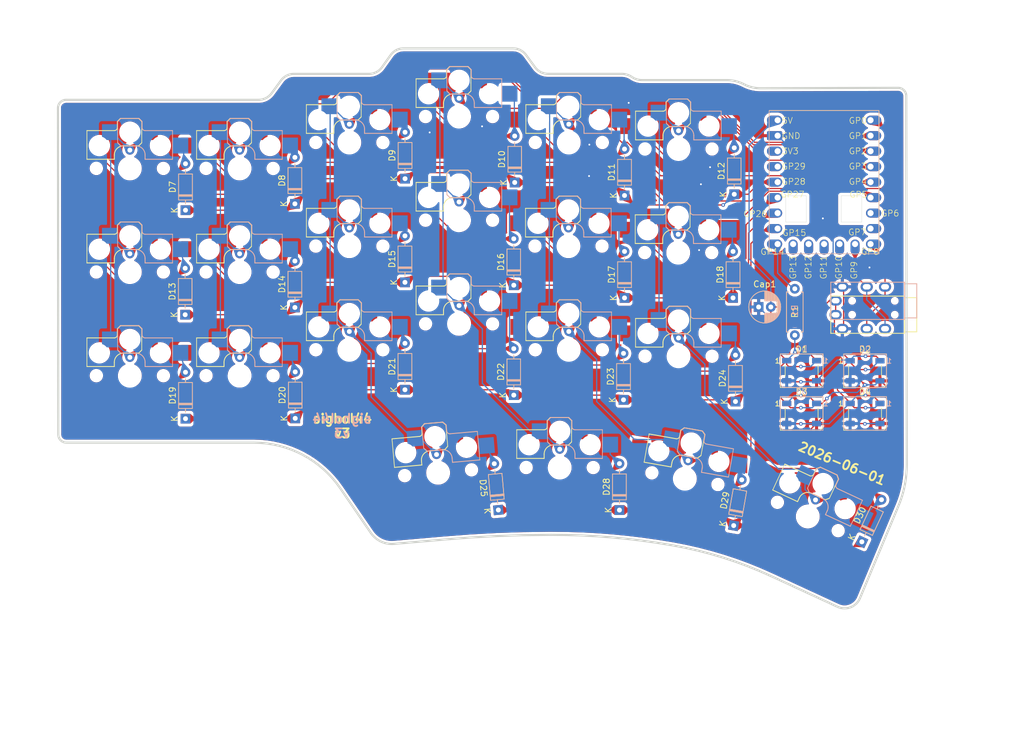
<source format=kicad_pcb>
(kicad_pcb (version 20241229) (generator "pcbnew") (generator_version "9.0")
  (layers (0 "F.Cu" signal) (2 "B.Cu" signal) (13 "F.Paste" user) (15 "B.Paste" user) (5 "F.SilkS" user "F.Silkscreen") (7 "B.SilkS" user "B.Silkscreen") (1 "F.Mask" user) (3 "B.Mask" user) (25 "Edge.Cuts" user))
  (net 0 "")
  (net 1 "Col 0")
  (net 2 "Col 1")
  (net 3 "Col 2")
  (net 4 "Col 3")
  (net 5 "Col 4")
  (net 6 "Col 5")
  (net 7 "Net-(D10-A)")
  (net 8 "Net-(D11-A)")
  (net 9 "Net-(D12-A)")
  (net 10 "Net-(D16-A)")
  (net 11 "Net-(D17-A)")
  (net 12 "Net-(D18-A)")
  (net 13 "Net-(D22-A)")
  (net 14 "Net-(D23-A)")
  (net 15 "Net-(D24-A)")
  (net 16 "Net-(D28-A)")
  (net 17 "Net-(D29-A)")
  (net 18 "Net-(D30-A)")
  (net 19 "Row 1")
  (net 20 "Row 2")
  (net 21 "Row 3")
  (net 22 "Row 0")
  (net 23 "Net-(D25-A)")
  (net 24 "TX")
  (net 25 "VCC")
  (net 26 "RX")
  (net 27 "GND")
  (net 28 "Net-(D1-DOUT)")
  (net 37 "Net-(D1-DIN)")
  (net 38 "Net-(D3-DOUT)")
  (net 39 "Net-(D2-DOUT)")
  (net 40 "LED_DIN")
  (net 41 "unconnected-(D4-DOUT-Pad2)")
  (net 42 "Net-(D7-A)")
  (net 43 "Net-(D8-A)")
  (net 44 "Net-(D9-A)")
  (net 45 "Net-(D13-A)")
  (net 46 "Net-(D14-A)")
  (net 47 "Net-(D15-A)")
  (net 48 "Net-(D19-A)")
  (net 49 "Net-(D20-A)")
  (net 50 "Net-(D21-A)")
  (footprint "sighol:Kailh_socket_PG1350 reversible HS-only" (layer "F.Cu") (at 135.633443 95.818165)
    (property "Reference" "CH28")
    (property "Value" "KS33_SW_HS")
  )
  (footprint "sighol:Kailh_socket_PG1350 reversible HS-only" (layer "F.Cu") (at 155.125 77.5625)
    (property "Reference" "CH24")
    (property "Value" "KS33_SW_HS")
  )
  (footprint "sighol:Kailh_socket_PG1350 reversible HS-only" (layer "F.Cu") (at 65.125 46.75)
    (property "Reference" "CH7")
    (property "Value" "KS33_SW_HS")
  )
  (footprint "sighol:D_DO-35_SOD27_P7.62mm_Horizontal" (layer "F.Cu") (at 92.197885 52.56 90)
    (property "Reference" "D8")
    (property "Value" "D_Small")
  )
  (footprint "sighol:D_DO-35_SOD27_P7.62mm_Horizontal" (layer "F.Cu") (at 146.265 51.192 90)
    (property "Reference" "D11")
    (property "Value" "D_Small")
  )
  (footprint "sighol:D_DO-35_SOD27_P7.62mm_Horizontal" (layer "F.Cu") (at 110.25 83.0575 90)
    (property "Reference" "D21")
    (property "Value" "D_Small")
  )
  (footprint "sighol:Kailh_socket_PG1350 reversible HS-only" (layer "F.Cu") (at 101.125 42.5)
    (property "Reference" "CH9")
    (property "Value" "KS33_SW_HS")
  )
  (footprint "sighol:Kailh_socket_PG1350 reversible HS-only" (layer "F.Cu") (at 137.125 76.5)
    (property "Reference" "CH23")
    (property "Value" "KS33_SW_HS")
  )
  (footprint "sighol:D_DO-35_SOD27_P7.62mm_Horizontal" (layer "F.Cu") (at 128.25 49.0575 90)
    (property "Reference" "D10")
    (property "Value" "D_Small")
  )
  (footprint "sighol:D_DO-35_SOD27_P7.62mm_Horizontal" (layer "F.Cu") (at 74.197885 70.7475 90)
    (property "Reference" "D13")
    (property "Value" "D_Small")
  )
  (footprint "sighol:Kailh_socket_PG1350 reversible HS-only" (layer "F.Cu") (at 83.125 80.75)
    (property "Reference" "CH20")
    (property "Value" "KS33_SW_HS")
  )
  (footprint "sighol:Kailh_socket_PG1350 reversible HS-only" (layer "F.Cu") (at 176.327543 103.847065 -25)
    (property "Reference" "CH30")
    (property "Value" "KS33_SW_HS")
  )
  (footprint "sighol:LED_WS2812B_PLCC4_5.0x5.0mm_P3.2mm_reversible" (layer "F.Cu") (at 175.32 79.93)
    (property "Reference" "D1")
    (property "Value" "WS2812B")
  )
  (footprint "sighol:Kailh_socket_PG1350 reversible HS-only" (layer "F.Cu") (at 137.072885 59.5)
    (property "Reference" "CH17")
    (property "Value" "KS33_SW_HS")
  )
  (footprint "sighol:D_DO-35_SOD27_P7.62mm_Horizontal" (layer "F.Cu") (at 74.25 53.6045 90)
    (property "Reference" "D7")
    (property "Value" "D_Small")
  )
  (footprint "sighol:Kailh_socket_PG1350 reversible HS-only" (layer "F.Cu") (at 155.125 43.5625)
    (property "Reference" "CH12")
    (property "Value" "KS33_SW_HS")
  )
  (footprint "sighol:Kailh_socket_PG1350 reversible HS-only" (layer "F.Cu") (at 137.125 42.5)
    (property "Reference" "CH11")
    (property "Value" "KS33_SW_HS")
  )
  (footprint "sighol:D_DO-35_SOD27_P7.62mm_Horizontal" (layer "F.Cu") (at 145.432843 102.792665 90)
    (property "Reference" "D28")
    (property "Value" "D_Small")
  )
  (footprint "sighol:Kailh_socket_PG1350 reversible HS-only" (layer "F.Cu") (at 155.072885 60.5625)
    (property "Reference" "CH18")
    (property "Value" "KS33_SW_HS")
  )
  (footprint "sighol:Kailh_socket_PG1350 reversible HS-only" (layer "F.Cu") (at 119.125 55.25)
    (property "Reference" "CH16")
    (property "Value" "KS33_SW_HS")
  )
  (footprint "sighol:D_DO-35_SOD27_P7.62mm_Horizontal" (layer "F.Cu") (at 164.465 84.992 90)
    (property "Reference" "D24")
    (property "Value" "D_Small")
  )
  (footprint "sighol:TRRS-PJ-320A" (layer "F.Cu") (at 192.197885 70.75 -90)
    (property "Reference" "J1")
    (property "Value" "AudioPlug4")
  )
  (footprint "sighol:D_DO-35_SOD27_P7.62mm_Horizontal" (layer "F.Cu") (at 110.265 48.435 90)
    (property "Reference" "D9")
    (property "Value" "D_Small")
  )
  (footprint "sighol:Kailh_socket_PG1350 reversible HS-only" (layer "F.Cu") (at 83.125 46.75)
    (property "Reference" "CH8")
    (property "Value" "KS33_SW_HS")
  )
  (footprint "sighol:LED_WS2812B_PLCC4_5.0x5.0mm_P3.2mm_reversible" (layer "F.Cu") (at 185.72 86.95)
    (property "Reference" "D4")
    (property "Value" "WS2812B")
  )
  (footprint "sighol:D_DO-35_SOD27_P7.62mm_Horizontal" (layer "F.Cu") (at 185.197885 108 65)
    (property "Reference" "D30")
    (property "Value" "D_Small")
  )
  (footprint "sighol:D_DO-35_SOD27_P7.62mm_Horizontal" (layer "F.Cu") (at 164.065 67.992 90)
    (property "Reference" "D18")
    (property "Value" "D_Small")
  )
  (footprint "sighol:Kailh_socket_PG1350 reversible HS-only" (layer "F.Cu") (at 101.125 76.5)
    (property "Reference" "CH21")
    (property "Value" "KS33_SW_HS")
  )
  (footprint "sighol:Kailh_socket_PG1350 reversible HS-only" (layer "F.Cu") (at 119.125 38.25)
    (property "Reference" "CH10")
    (property "Value" "KS33_SW_HS")
  )
  (footprint "sighol:LED_WS2812B_PLCC4_5.0x5.0mm_P3.2mm_reversible" (layer "F.Cu") (at 185.72 79.95)
    (property "Reference" "D2")
    (property "Value" "WS2812B")
  )
  (footprint "sighol:LED_WS2812B_PLCC4_5.0x5.0mm_P3.2mm_reversible" (layer "F.Cu") (at 175.32 86.95)
    (property "Reference" "D3")
    (property "Value" "WS2812B")
  )
  (footprint "sighol:D_DO-35_SOD27_P7.62mm_Horizontal" (layer "F.Cu") (at 146.1 84.71 90)
    (property "Reference" "D23")
    (property "Value" "D_Small")
  )
  (footprint "sighol:Kailh_socket_PG1350 reversible HS-only" (layer "F.Cu") (at 83.125 63.75)
    (property "Reference" "CH14")
    (property "Value" "KS33_SW_HS")
  )
  (footprint "sighol:CP_Radial_D5.0mm_P2.00mm" (layer "F.Cu") (at 168.265 69.482)
    (property "Reference" "Cap1")
    (property "Value" "D_Capacitance")
  )
  (footprint "sighol:Kailh_socket_PG1350 reversible HS-only" (layer "F.Cu") (at 119.125 72.25)
    (property "Reference" "CH22")
    (property "Value" "KS33_SW_HS")
  )
  (footprint "sighol:D_DO-35_SOD27_P7.62mm_Horizontal" (layer "F.Cu") (at 92.25 87.7475 90)
    (property "Reference" "D20")
    (property "Value" "D_Small")
  )
  (footprint "sighol:Kailh_socket_PG1350 reversible HS-only" (layer "F.Cu") (at 156.166443 97.642565 -10)
    (property "Reference" "CH29")
    (property "Value" "KS33_SW_HS")
  )
  (footprint "sighol:D_DO-35_SOD27_P7.62mm_Horizontal" (layer "F.Cu") (at 110.25 65.435 90)
    (property "Reference" "D15")
    (property "Value" "D_Small")
  )
  (footprint "sighol:D_DO-35_SOD27_P7.62mm_Horizontal" (layer "F.Cu") (at 164.171244 105.334783 80)
    (property "Reference" "D29")
    (property "Value" "D_Small")
  )
  (footprint "sighol:D_DO-35_SOD27_P7.62mm_Horizontal" (layer "F.Cu") (at 128.1 83.9375 90)
    (property "Reference" "D22")
    (property "Value" "D_Small")
  )
  (footprint "sighol:D_DO-35_SOD27_P7.62mm_Horizontal" (layer "F.Cu") (at 164.265 50.992 90)
    (property "Reference" "D12")
    (property "Value" "D_Small")
  )
  (footprint "sighol:Kailh_socket_PG1350 reversible HS-only" (layer "F.Cu") (at 65.125 63.75)
    (property "Reference" "CH13")
    (property "Value" "KS33_SW_HS")
  )
  (footprint "sighol:D_DO-35_SOD27_P7.62mm_Horizontal" (layer "F.Cu") (at 74.25 87.8045 90)
    (property "Reference" "D19")
    (property "Value" "D_Small")
  )
  (footprint "sighol:Kailh_socket_PG1350 reversible HS-only" (layer "F.Cu") (at 101.125 59.5)
    (property "Reference" "CH15")
    (property "Value" "KS33_SW_HS")
  )
  (footprint "sighol:D_DO-35_SOD27_P7.62mm_Horizontal" (layer "F.Cu") (at 125.564907 102.778167 95)
    (property "Reference" "D25")
    (property "Value" "D_Small")
  )
  (footprint "sighol:R_Axial_DIN0207_L6.3mm_D2.5mm_P7.62mm_Horizontal" (layer "F.Cu") (at 174.2 66.49 -90)
    (property "Reference" "R1")
    (property "Value" "R")
  )
  (footprint "sighol:Kailh_socket_PG1350 reversible HS-only" (layer "F.Cu") (at 65.125 80.75)
    (property "Reference" "CH19")
    (property "Value" "KS33_SW_HS")
  )
  (footprint "sighol:D_DO-35_SOD27_P7.62mm_Horizontal" (layer "F.Cu") (at 92.197885 69.56 90)
    (property "Reference" "D14")
    (property "Value" "D_Small")
  )
  (footprint "sighol:D_DO-35_SOD27_P7.62mm_Horizontal" (layer "F.Cu") (at 146.265 67.992 90)
    (property "Reference" "D17")
    (property "Value" "D_Small")
  )
  (footprint "sighol:RP2040 Zero" (layer "F.Cu") (at 179 49)
    (property "Reference" "RZ1" (hide yes))
    (property "Value" "RP2040-Zero" (hide yes))
    (fp_rect (start -6.3 2.25) (end -2.9 6.55) (stroke (width 0.05)) (fill no) (layer "Edge.Cuts"))
    (fp_rect (start 2.8 2.25) (end 6.2 6.55) (stroke (width 0.05)) (fill no) (layer "Edge.Cuts"))
  )
  (footprint "sighol:Kailh_socket_PG1350 reversible HS-only" (layer "F.Cu") (at 115.689543 96.671565 5)
    (property "Reference" "CH25")
    (property "Value" "KS33_SW_HS")
  )
  (footprint "sighol:D_DO-35_SOD27_P7.62mm_Horizontal" (layer "F.Cu") (at 128.1 65.91 90)
    (property "Reference" "D16")
    (property "Value" "D_Small")
  )
  (gr_poly (pts (xy 127.987442 27.057504) (xy 128.14392 27.06215) (xy 128.298868 27.07597) (xy 128.451934 27.098782) (xy 128.602763 27.130409) (xy 128.751 27.170669) (xy 128.896291 27.219385) (xy 129.038282 27.276376) (xy 129.176617 27.341464) (xy 129.310943 27.414467) (xy 129.440906 27.495208) (xy 129.56615 27.583505) (xy 129.686322 27.679181) (xy 129.801067 27.782055) (xy 129.91003 27.891948) (xy 130.012858 28.00868) (xy 130.109196 28.132073) (xy 131.599795 30.162815) (xy 131.696132 30.286209) (xy 131.798961 30.402943) (xy 131.907925 30.512838) (xy 132.022671 30.615714) (xy 132.142844 30.711392) (xy 132.268089 30.799691) (xy 132.398053 30.880433) (xy 132.532381 30.953439) (xy 132.670718 31.018527) (xy 132.81271 31.07552) (xy 132.958002 31.124237) (xy 133.10624 31.164498) (xy 133.25707 31.196126) (xy 133.410137 31.218939) (xy 133.565086 31.232758) (xy 133.721563 31.237405) (xy 145.785497 31.237405) (xy 145.891514 31.23926) (xy 145.997173 31.244806) (xy 146.102382 31.254019) (xy 146.207048 31.266871) (xy 146.311081 31.283335) (xy 146.414386 31.303387) (xy 146.516873 31.326999) (xy 146.618449 31.354144) (xy 146.719022 31.384797) (xy 146.8185 31.418932) (xy 146.916791 31.456521) (xy 147.013802 31.497539) (xy 147.109441 31.541959) (xy 147.203617 31.589755) (xy 147.296237 31.640901) (xy 147.387208 31.69537) (xy 147.585187 31.818657) (xy 147.674155 31.871926) (xy 147.764735 31.921945) (xy 147.856836 31.968689) (xy 147.950368 32.01213) (xy 148.045242 32.052245) (xy 148.141368 32.089007) (xy 148.238654 32.122389) (xy 148.337011 32.152368) (xy 148.436349 32.178916) (xy 148.536578 32.202007) (xy 148.637607 32.221617) (xy 148.739347 32.237719) (xy 148.841708 32.250288) (xy 148.944598 32.259298) (xy 149.047928 32.264723) (xy 149.151609 32.266537) (xy 163.09313 32.266537) (xy 163.257535 32.268828) (xy 163.421588 32.275687) (xy 163.585198 32.287094) (xy 163.748271 32.303028) (xy 163.910715 32.323467) (xy 164.072437 32.348391) (xy 164.233345 32.377779) (xy 164.393347 32.41161) (xy 164.552349 32.449863) (xy 164.71026 32.492517) (xy 164.866987 32.539552) (xy 165.022436 32.590945) (xy 165.176516 32.646677) (xy 165.329135 32.706727) (xy 165.480198 32.771073) (xy 165.629615 32.839695) (xy 166.035896 33.033191) (xy 166.185291 33.101786) (xy 166.336342 33.166076) (xy 166.488954 33.22604) (xy 166.643035 33.281656) (xy 166.79849 33.332905) (xy 166.955226 33.379764) (xy 167.113149 33.422212) (xy 167.272164 33.460229) (xy 167.432179 33.493794) (xy 167.593099 33.522885) (xy 167.754831 33.547481) (xy 167.917281 33.567562) (xy 168.080354 33.583106) (xy 168.243958 33.594092) (xy 168.407998 33.6005) (xy 168.572381 33.602307) (xy 191.147801 33.533929) (xy 191.213866 33.535368) (xy 191.279492 33.540056) (xy 191.344569 33.547948) (xy 191.408987 33.559) (xy 191.472637 33.573165) (xy 191.53541 33.5904) (xy 191.597195 33.610659) (xy 191.657884 33.633896) (xy 191.717366 33.660068) (xy 191.775532 33.689129) (xy 191.832273 33.721033) (xy 191.887479 33.755736) (xy 191.94104 33.793193) (xy 191.992848 33.833359) (xy 192.042791 33.876188) (xy 192.090762 33.921636) (xy 192.136419 33.969408) (xy 192.179467 34.019163) (xy 192.219859 34.070794) (xy 192.25755 34.124191) (xy 192.292495 34.179244) (xy 192.324648 34.235844) (xy 192.353964 34.293883) (xy 192.380396 34.353249) (xy 192.4039 34.413835) (xy 192.42443 34.475531) (xy 192.44194 34.538227) (xy 192.456385 34.601814) (xy 192.467719 34.666183) (xy 192.475896 34.731224) (xy 192.480872 34.796828) (xy 192.482601 34.862886) (xy 192.564235 95.329308) (xy 192.559432 95.762841) (xy 192.543879 96.19565) (xy 192.517613 96.627541) (xy 192.480674 97.058318) (xy 192.433102 97.487786) (xy 192.374935 97.915749) (xy 192.306212 98.342012) (xy 192.226972 98.766379) (xy 192.137254 99.188656) (xy 192.037097 99.608645) (xy 191.926541 100.026153) (xy 191.805623 100.440983) (xy 191.674384 100.852941) (xy 191.532861 101.26183) (xy 191.381094 101.667456) (xy 191.219123 102.069622) (xy 184.890159 117.237348) (xy 184.833493 117.36401) (xy 184.770771 117.487074) (xy 184.702181 117.606361) (xy 184.627907 117.721687) (xy 184.548137 117.832872) (xy 184.463055 117.939735) (xy 184.372849 118.042093) (xy 184.277703 118.139765) (xy 184.177803 118.23257) (xy 184.073337 118.320326) (xy 183.964488 118.402851) (xy 183.851444 118.479965) (xy 183.734391 118.551484) (xy 183.613514 118.617229) (xy 183.488998 118.677018) (xy 183.361031 118.730668) (xy 183.230508 118.777756) (xy 183.098372 118.817989) (xy 182.964884 118.851374) (xy 182.830303 118.877919) (xy 182.69489 118.897632) (xy 182.558904 118.91052) (xy 182.422604 118.916593) (xy 182.286251 118.915857) (xy 182.150104 118.908321) (xy 182.014424 118.893992) (xy 181.879469 118.872878) (xy 181.745499 118.844987) (xy 181.612776 118.810328) (xy 181.481557 118.768907) (xy 181.352103 118.720733) (xy 181.224674 118.665814) (xy 170.273057 113.612736) (xy 168.338276 112.757799) (xy 166.378347 111.966639) (xy 164.394859 111.239752) (xy 162.3894 110.577633) (xy 160.36356 109.980779) (xy 158.318927 109.449687) (xy 156.25709 108.984852) (xy 154.179638 108.586771) (xy 153.987039 108.553058) (xy 151.542099 108.153011) (xy 149.089884 107.806603) (xy 146.631278 107.513909) (xy 144.16716 107.275004) (xy 141.698413 107.089965) (xy 139.225919 106.958867) (xy 136.750558 106.881787) (xy 134.273214 106.858799) (xy 133.855263 106.859516) (xy 129.611843 106.911516) (xy 125.370889 107.053507) (xy 121.133899 107.285423) (xy 116.902369 107.607198) (xy 108.450925 108.340108) (xy 108.310788 108.349893) (xy 108.171021 108.354946) (xy 108.031728 108.355316) (xy 107.893009 108.35105) (xy 107.617703 108.328806) (xy 107.345915 108.288598) (xy 107.07846 108.23081) (xy 106.816151 108.155828) (xy 106.5598 108.064036) (xy 106.310223 107.955818) (xy 106.068231 107.83156) (xy 105.834639 107.691647) (xy 105.61026 107.536462) (xy 105.395907 107.36639) (xy 105.192393 107.181817) (xy 105.000533 106.983127) (xy 104.909227 106.878608) (xy 104.821139 106.770704) (xy 104.736371 106.659463) (xy 104.655025 106.544933) (xy 99.632269 99.215427) (xy 99.006585 98.360007) (xy 98.334181 97.550058) (xy 97.617601 96.78692) (xy 96.85939 96.071935) (xy 96.062093 95.406443) (xy 95.228253 94.791786) (xy 94.360415 94.229304) (xy 93.461124 93.720337) (xy 92.532923 93.266227) (xy 91.578358 92.868315) (xy 90.599972 92.527941) (xy 89.60031 92.246447) (xy 88.581917 92.025173) (xy 87.547336 91.86546) (xy 86.499113 91.768649) (xy 85.439791 91.736081) (xy 54.714976 91.73607) (xy 54.646361 91.734336) (xy 54.578645 91.72919) (xy 54.511913 91.720716) (xy 54.446248 91.708997) (xy 54.381733 91.694116) (xy 54.318453 91.676158) (xy 54.256491 91.655206) (xy 54.195931 91.631344) (xy 54.136857 91.604656) (xy 54.079352 91.575224) (xy 54.0235 91.543134) (xy 53.969385 91.508467) (xy 53.917091 91.471309) (xy 53.8667 91.431742) (xy 53.818298 91.389851) (xy 53.771968 91.345718) (xy 53.727793 91.299429) (xy 53.685857 91.251065) (xy 53.646244 91.200711) (xy 53.609037 91.148451) (xy 53.574321 91.094368) (xy 53.542179 91.038546) (xy 53.512695 90.981069) (xy 53.485952 90.92202) (xy 53.462034 90.861482) (xy 53.441026 90.79954) (xy 53.42301 90.736277) (xy 53.40807 90.671776) (xy 53.396291 90.606123) (xy 53.387755 90.539399) (xy 53.382547 90.471688) (xy 53.38075 90.403075) (xy 53.331535 36.832994) (xy 53.333113 36.766914) (xy 53.337938 36.70128) (xy 53.345966 36.636201) (xy 53.357151 36.571788) (xy 53.371448 36.508148) (xy 53.388812 36.445392) (xy 53.409197 36.383629) (xy 53.432559 36.322969) (xy 53.458851 36.26352) (xy 53.48803 36.205392) (xy 53.520048 36.148695) (xy 53.554863 36.093537) (xy 53.592427 36.040029) (xy 53.632697 35.98828) (xy 53.675626 35.938399) (xy 53.721169 35.890495) (xy 53.769031 35.844908) (xy 53.818873 35.801933) (xy 53.870586 35.761616) (xy 53.924059 35.724003) (xy 53.979184 35.689138) (xy 54.035852 35.657067) (xy 54.093953 35.627835) (xy 54.153378 35.601488) (xy 54.214017 35.578071) (xy 54.275761 35.55763) (xy 54.338501 35.540209) (xy 54.402128 35.525854) (xy 54.466531 35.51461) (xy 54.531602 35.506523) (xy 54.597231 35.501638) (xy 54.66331 35.5) (xy 86.248846 35.5) (xy 86.405307 35.49535) (xy 86.560238 35.481521) (xy 86.713284 35.458693) (xy 86.864088 35.427045) (xy 87.012298 35.386758) (xy 87.157557 35.33801) (xy 87.299511 35.280983) (xy 87.437806 35.215856) (xy 87.572085 35.142809) (xy 87.701995 35.062021) (xy 87.82718 34.973674) (xy 87.947286 34.877946) (xy 88.061957 34.775017) (xy 88.170839 34.665068) (xy 88.273577 34.548279) (xy 88.369816 34.424828) (xy 89.912285 32.320164) (xy 90.008524 32.196714) (xy 90.111262 32.079924) (xy 90.220144 31.969975) (xy 90.334815 31.867047) (xy 90.454921 31.771319) (xy 90.580106 31.682971) (xy 90.710016 31.602184) (xy 90.844295 31.529137) (xy 90.98259 31.46401) (xy 91.124544 31.406983) (xy 91.269803 31.358235) (xy 91.418013 31.317948) (xy 91.568817 31.2863) (xy 91.721863 31.263472) (xy 91.876794 31.249643) (xy 92.033255 31.244993) (xy 104.364133 31.244993) (xy 104.520296 31.240285) (xy 104.674886 31.226287) (xy 104.827541 31.203185) (xy 104.977898 31.171167) (xy 105.125594 31.130419) (xy 105.270266 31.081129) (xy 105.411552 31.023483) (xy 105.549088 30.957668) (xy 105.682511 30.883871) (xy 105.81146 30.80228) (xy 105.93557 30.713081) (xy 106.054478 30.616462) (xy 106.167823 30.512608) (xy 106.275241 30.401708) (xy 106.376369 30.283948) (xy 106.470845 30.159516) (xy 107.908199 28.142976) (xy 107.908194 28.14297) (xy 108.002669 28.018538) (xy 108.103796 27.900778) (xy 108.211214 27.789878) (xy 108.324558 27.686025) (xy 108.443466 27.589405) (xy 108.567576 27.500206) (xy 108.696524 27.418615) (xy 108.829947 27.344819) (xy 108.967482 27.279004) (xy 109.108768 27.221359) (xy 109.25344 27.172069) (xy 109.401136 27.131321) (xy 109.551493 27.099304) (xy 109.704148 27.076203) (xy 109.858738 27.062205) (xy 110.014901 27.057499)) (stroke (width 0.353243)) (fill no) (layer "Edge.Cuts"))
  (gr_text "${CURRENT_DATE}" (at 174.447885 93 337.5) (layer "F.SilkS") (effects (font (size 1.5 1.5) (thickness 0.3) (bold yes)) (justify left bottom)))
  (gr_text "sighol44\nv3" (at 100 91.1 0) (layer "F.SilkS") (effects (font (size 1.5 1.5) (thickness 0.3) (bold yes)) (justify bottom)))
  (gr_text "sighol44\nv3" (at 99.9 91.1 -0) (layer "B.SilkS") (effects (font (size 1.5 1.5) (thickness 0.3) (bold yes)) (justify bottom mirror)))
  (segment (start 187.587885 38.84) (end 186.62 38.84) (width 0.2) (layer "F.Cu") (net 1))
  (segment (start 68.4 56.3) (end 73.7 51) (width 0.2) (layer "F.Cu") (net 1))
  (segment (start 169.063985 50.051) (end 188.396885 50.051) (width 0.2) (layer "F.Cu") (net 1))
  (segment (start 68.075 74.8) (end 65.125 77.75) (width 0.2) (layer "F.Cu") (net 1))
  (segment (start 188.997885 40.25) (end 187.587885 38.84) (width 0.2) (layer "F.Cu") (net 1))
  (segment (start 73.7 51) (end 89.980885 51) (width 0.2) (layer "F.Cu") (net 1))
  (segment (start 146.2211 45.75) (end 152.5641 52.093) (width 0.2) (layer "F.Cu") (net 1))
  (segment (start 68.4 40.8) (end 68.075 40.8) (width 0.2) (layer "F.Cu") (net 1))
  (segment (start 68.4 40.8) (end 68.952209 40.247791) (width 0.2) (layer "F.Cu") (net 1))
  (segment (start 68.4 57.8) (end 68.4 56.3) (width 0.2) (layer "F.Cu") (net 1))
  (segment (start 68.075 40.8) (end 65.125 43.75) (width 0.2) (layer "F.Cu") (net 1))
  (segment (start 188.396885 50.051) (end 188.997885 49.45) (width 0.2) (layer "F.Cu") (net 1))
  (segment (start 188.997885 49.45) (end 188.997885 40.25) (width 0.2) (layer "F.Cu") (net 1))
  (segment (start 68.075 57.8) (end 65.125 60.75) (width 0.2) (layer "F.Cu") (net 1))
  (segment (start 95.230885 45.75) (end 146.2211 45.75) (width 0.2) (layer "F.Cu") (net 1))
  (segment (start 89.980885 51) (end 95.230885 45.75) (width 0.2) (layer "F.Cu") (net 1))
  (segment (start 152.5641 52.093) (end 167.021985 52.093) (width 0.2) (layer "F.Cu") (net 1))
  (segment (start 68.4 57.8) (end 68.075 57.8) (width 0.2) (layer "F.Cu") (net 1))
  (segment (start 68.4 74.8) (end 68.075 74.8) (width 0.2) (layer "F.Cu") (net 1))
  (segment (start 167.021985 52.093) (end 169.063985 50.051) (width 0.2) (layer "F.Cu") (net 1))
  (segment (start 61.85 74.8) (end 62.175 74.8) (width 0.2) (layer "B.Cu") (net 1))
  (segment (start 61.85 57.8) (end 61.976 57.926) (width 0.2) (layer "B.Cu") (net 1))
  (segment (start 62.175 57.8) (end 65.125 60.75) (width 0.2) (layer "B.Cu") (net 1))
  (segment (start 61.976 57.674) (end 61.85 57.8) (width 0.2) (layer "B.Cu") (net 1))
  (segment (start 61.976 57.926) (end 61.976 74.674) (width 0.2) (layer "B.Cu") (net 1))
  (segment (start 61.85 40.8) (end 62.175 40.8) (width 0.2) (layer "B.Cu") (net 1))
  (segment (start 62.175 40.8) (end 65.125 43.75) (width 0.2) (layer "B.Cu") (net 1))
  (segment (start 61.85 57.8) (end 62.175 57.8) (width 0.2) (layer "B.Cu") (net 1))
  (segment (start 61.976 74.674) (end 61.85 74.8) (width 0.2) (layer "B.Cu") (net 1))
  (segment (start 61.85 40.8) (end 61.976 40.926) (width 0.2) (layer "B.Cu") (net 1))
  (segment (start 61.976 40.926) (end 61.976 57.674) (width 0.2) (layer "B.Cu") (net 1))
  (segment (start 62.175 74.8) (end 65.125 77.75) (width 0.2) (layer "B.Cu") (net 1))
  (segment (start 86.4 74.8) (end 86.075 74.8) (width 0.2) (layer "F.Cu") (net 2))
  (segment (start 86.075 40.8) (end 83.125 43.75) (width 0.2) (layer "F.Cu") (net 2))
  (segment (start 167.5917 42.468) (end 159.0207 33.897) (width 0.2) (layer "F.Cu") (net 2))
  (segment (start 98.948885 34.699) (end 97.497885 36.15) (width 0.2) (layer "F.Cu") (net 2))
  (segment (start 186.62 41.38) (end 186.5625 41.4375) (width 0.2) (layer "F.Cu") (net 2))
  (segment (start 105.3589 34.699) (end 98.948885 34.699) (width 0.2) (layer "F.Cu") (net 2))
  (segment (start 86.4 57.8) (end 86.075 57.8) (width 0.2) (layer "F.Cu") (net 2))
  (segment (start 110.0099 30.048) (end 105.3589 34.699) (width 0.2) (layer "F.Cu") (net 2))
  (segment (start 177.603385 41.4375) (end 176.572885 42.468) (width 0.2) (layer "F.Cu") (net 2))
  (segment (start 86.075 74.8) (end 83.125 77.75) (width 0.2) (layer "F.Cu") (net 2))
  (segment (start 97.497885 36.15) (end 91.05 36.15) (width 0.2) (layer "F.Cu") (net 2))
  (segment (start 129.644885 33.897) (end 125.795885 30.048) (width 0.2) (layer "F.Cu") (net 2))
  (segment (start 86.4 40.8) (end 86.075 40.8) (width 0.2) (layer "F.Cu") (net 2))
  (segment (start 125.795885 30.048) (end 110.0099 30.048) (width 0.2) (layer "F.Cu") (net 2))
  (segment (start 176.572885 42.468) (end 167.5917 42.468) (width 0.2) (layer "F.Cu") (net 2))
  (segment (start 91.05 36.15) (end 86.4 40.8) (width 0.2) (layer "F.Cu") (net 2))
  (segment (start 86.075 57.8) (end 83.125 60.75) (width 0.2) (layer "F.Cu") (net 2))
  (segment (start 186.5625 41.4375) (end 177.603385 41.4375) (width 0.2) (layer "F.Cu") (net 2))
  (segment (start 159.0207 33.897) (end 129.644885 33.897) (width 0.2) (layer "F.Cu") (net 2))
  (segment (start 80.175 57.8) (end 83.125 60.75) (width 0.2) (layer "B.Cu") (net 2))
  (segment (start 80.175 74.8) (end 83.125 77.75) (width 0.2) (layer "B.Cu") (net 2))
  (segment (start 79.85 57.8) (end 79.976 57.926) (width 0.2) (layer "B.Cu") (net 2))
  (segment (start 79.85 57.8) (end 80.175 57.8) (width 0.2) (layer "B.Cu") (net 2))
  (segment (start 79.976 57.674) (end 79.85 57.8) (width 0.2) (layer "B.Cu") (net 2))
  (segment (start 79.85 40.8) (end 80.175 40.8) (width 0.2) (layer "B.Cu") (net 2))
  (segment (start 79.85 40.8) (end 79.976 40.926) (width 0.2) (layer "B.Cu") (net 2))
  (segment (start 79.976 74.674) (end 79.85 74.8) (width 0.2) (layer "B.Cu") (net 2))
  (segment (start 79.85 74.8) (end 80.175 74.8) (width 0.2) (layer "B.Cu") (net 2))
  (segment (start 79.976 57.926) (end 79.976 74.674) (width 0.2) (layer "B.Cu") (net 2))
  (segment (start 79.976 40.926) (end 79.976 57.674) (width 0.2) (layer "B.Cu") (net 2))
  (segment (start 80.175 40.8) (end 83.125 43.75) (width 0.2) (layer "B.Cu") (net 2))
  (segment (start 177.453885 43.75) (end 186.45 43.75) (width 0.2) (layer "F.Cu") (net 3))
  (segment (start 176.572885 42.869) (end 177.453885 43.75) (width 0.2) (layer "F.Cu") (net 3))
  (segment (start 104.4 36.55) (end 104.075 36.55) (width 0.2) (layer "F.Cu") (net 3))
  (segment (start 167.4256 42.869) (end 176.572885 42.869) (width 0.2) (layer "F.Cu") (net 3))
  (segment (start 118.433504 90.677553) (end 115.428076 93.682981) (width 0.2) (layer "F.Cu") (net 3))
  (segment (start 104.075 36.55) (end 101.125 39.5) (width 0.2) (layer "F.Cu") (net 3))
  (segment (start 101.125 39.5) (end 110.176 30.449) (width 0.2) (layer "F.Cu") (net 3))
  (segment (start 104.4 53.55) (end 104.075 53.55) (width 0.2) (layer "F.Cu") (net 3))
  (segment (start 186.45 43.75) (end 186.62 43.92) (width 0.2) (layer "F.Cu") (net 3))
  (segment (start 110.176 30.449) (end 125.596885 30.449) (width 0.2) (layer "F.Cu") (net 3))
  (segment (start 118.433504 90.458771) (end 118.433504 90.677553) (width 0.2) (layer "F.Cu") (net 3))
  (segment (start 104.075 70.55) (end 101.125 73.5) (width 0.2) (layer "F.Cu") (net 3))
  (segment (start 104.4 70.55) (end 104.075 70.55) (width 0.2) (layer "F.Cu") (net 3))
  (segment (start 129.445885 34.298) (end 158.8546 34.298) (width 0.2) (layer "F.Cu") (net 3))
  (segment (start 104.075 53.55) (end 101.125 56.5) (width 0.2) (layer "F.Cu") (net 3))
  (segment (start 125.596885 30.449) (end 129.445885 34.298) (width 0.2) (layer "F.Cu") (net 3))
  (segment (start 158.8546 34.298) (end 167.4256 42.869) (width 0.2) (layer "F.Cu") (net 3))
  (segment (start 97.85 53.55) (end 97.976 53.676) (width 0.2) (layer "B.Cu") (net 3))
  (segment (start 97.976 70.424) (end 97.85 70.55) (width 0.2) (layer "B.Cu") (net 3))
  (segment (start 97.85 36.55) (end 97.976 36.676) (width 0.2) (layer "B.Cu") (net 3))
  (segment (start 97.85 53.55) (end 98.175 53.55) (width 0.2) (layer "B.Cu") (net 3))
  (segment (start 112.774737 91.029642) (end 115.428076 93.682981) (width 0.2) (layer "B.Cu") (net 3))
  (segment (start 111.908429 91.029642) (end 112.774737 91.029642) (width 0.2) (layer "B.Cu") (net 3))
  (segment (start 98.175 53.55) (end 101.125 56.5) (width 0.2) (layer "B.Cu") (net 3))
  (segment (start 104.697885 77.072885) (end 104.697885 84.25) (width 0.2) (layer "B.Cu") (net 3))
  (segment (start 98.175 70.55) (end 101.125 73.5) (width 0.2) (layer "B.Cu") (net 3))
  (segment (start 101.125 73.5) (end 104.697885 77.072885) (width 0.2) (layer "B.Cu") (net 3))
  (segment (start 97.976 53.424) (end 97.85 53.55) (width 0.2) (layer "B.Cu") (net 3))
  (segment (start 98.175 36.55) (end 101.125 39.5) (width 0.2) (layer "B.Cu") (net 3))
  (segment (start 111.477527 91.029642) (end 111.908429 91.029642) (width 0.2) (layer "B.Cu") (net 3))
  (segment (start 97.85 70.55) (end 98.175 70.55) (width 0.2) (layer "B.Cu") (net 3))
  (segment (start 97.976 53.676) (end 97.976 70.424) (width 0.2) (layer "B.Cu") (net 3))
  (segment (start 97.976 36.676) (end 97.976 53.424) (width 0.2) (layer "B.Cu") (net 3))
  (segment (start 104.697885 84.25) (end 111.477527 91.029642) (width 0.2) (layer "B.Cu") (net 3))
  (segment (start 97.85 36.55) (end 98.175 36.55) (width 0.2) (layer "B.Cu") (net 3))
  (segment (start 120.774 36.899) (end 134.158291 36.899) (width 0.2) (layer "F.Cu") (net 4))
  (segment (start 119.125 35.25) (end 120.774 36.899) (width 0.2) (layer "F.Cu") (net 4))
  (segment (start 122.075 32.3) (end 119.125 35.25) (width 0.2) (layer "F.Cu") (net 4))
  (segment (start 122.4 32.3) (end 122.075 32.3) (width 0.2) (layer "F.Cu") (net 4))
  (segment (start 136.358291 34.699) (end 158.6885 34.699) (width 0.2) (layer "F.Cu") (net 4))
  (segment (start 169.3985 45.409) (end 176.572885 45.409) (width 0.2) (layer "F.Cu") (net 4))
  (segment (start 122.4 66.3) (end 122.075 66.3) (width 0.2) (layer "F.Cu") (net 4))
  (segment (start 138.583443 89.868165) (end 135.633443 92.818165) (width 0.2) (layer "F.Cu") (net 4))
  (segment (start 122.075 49.3) (end 119.125 52.25) (width 0.2) (layer "F.Cu") (net 4))
  (segment (start 177.623885 46.46) (end 186.62 46.46) (width 0.2) (layer "F.Cu") (net 4))
  (segment (start 122.075 66.3) (end 119.125 69.25) (width 0.2) (layer "F.Cu") (net 4))
  (segment (start 138.908443 89.868165) (end 138.583443 89.868165) (width 0.2) (layer "F.Cu") (net 4))
  (segment (start 176.572885 45.409) (end 177.623885 46.46) (width 0.2) (layer "F.Cu") (net 4))
  (segment (start 122.4 49.3) (end 122.075 49.3) (width 0.2) (layer "F.Cu") (net 4))
  (segment (start 158.6885 34.699) (end 169.3985 45.409) (width 0.2) (layer "F.Cu") (net 4))
  (segment (start 134.158291 36.899) (end 136.358291 34.699) (width 0.2) (layer "F.Cu") (net 4))
  (segment (start 132.358443 89.868165) (end 132.683443 89.868165) (width 0.2) (layer "B.Cu") (net 4))
  (segment (start 132.683443 89.868165) (end 135.633443 92.818165) (width 0.2) (layer "B.Cu") (net 4))
  (segment (start 119.125 69.25) (end 122.947885 73.072885) (width 0.2) (layer "B.Cu") (net 4))
  (segment (start 115.976 49.174) (end 115.85 49.3) (width 0.2) (layer "B.Cu") (net 4))
  (segment (start 115.85 32.3) (end 115.976 32.426) (width 0.2) (layer "B.Cu") (net 4))
  (segment (start 115.85 32.3) (end 116.175 32.3) (width 0.2) (layer "B.Cu") (net 4))
  (segment (start 115.85 49.3) (end 116.497885 49.947885) (width 0.2) (layer "B.Cu") (net 4))
  (segment (start 122.947885 82) (end 130.81605 89.868165) (width 0.2) (layer "B.Cu") (net 4))
  (segment (start 115.976 32.426) (end 115.976 49.174) (width 0.2) (layer "B.Cu") (net 4))
  (segment (start 116.497885 65.652115) (end 115.85 66.3) (width 0.2) (layer "B.Cu") (net 4))
  (segment (start 122.947885 73.072885) (end 122.947885 82) (width 0.2) (layer "B.Cu") (net 4))
  (segment (start 115.85 49.3) (end 116.175 49.3) (width 0.2) (layer "B.Cu") (net 4))
  (segment (start 116.175 32.3) (end 119.125 35.25) (width 0.2) (layer "B.Cu") (net 4))
  (segment (start 116.175 66.3) (end 119.125 69.25) (width 0.2) (layer "B.Cu") (net 4))
  (segment (start 115.85 66.3) (end 116.175 66.3) (width 0.2) (layer "B.Cu") (net 4))
  (segment (start 116.497885 49.947885) (end 116.497885 65.652115) (width 0.2) (layer "B.Cu") (net 4))
  (segment (start 116.175 49.3) (end 119.125 52.25) (width 0.2) (layer "B.Cu") (net 4))
  (segment (start 130.81605 89.868165) (end 132.358443 89.868165) (width 0.2) (layer "B.Cu") (net 4))
  (segment (start 152.19905 47.949) (end 176.834385 47.949) (width 0.2) (layer "F.Cu") (net 5))
  (segment (start 145.80895 42.471) (end 146.72105 42.471) (width 0.2) (layer "F.Cu") (net 5))
  (segment (start 140.022885 53.55) (end 137.072885 56.5) (width 0.2) (layer "F.Cu") (net 5))
  (segment (start 137.125 39.5) (end 138.26305 40.63805) (width 0.2) (layer "F.Cu") (net 5))
  (segment (start 176.834385 47.949) (end 177.885385 49) (width 0.2) (layer "F.Cu") (net 5))
  (segment (start 140.075 70.55) (end 137.125 73.5) (width 0.2) (layer "F.Cu") (net 5))
  (segment (start 160.424895 92.351657) (end 158.08841 94.688142) (width 0.2) (layer "F.Cu") (net 5))
  (segment (start 140.4 70.55) (end 140.075 70.55) (width 0.2) (layer "F.Cu") (net 5))
  (segment (start 146.72105 42.471) (end 152.19905 47.949) (width 0.2) (layer "F.Cu") (net 5))
  (segment (start 138.26305 40.63805) (end 143.976 40.63805) (width 0.2) (layer "F.Cu") (net 5))
  (segment (start 177.885385 49) (end 186.62 49) (width 0.2) (layer "F.Cu") (net 5))
  (segment (start 140.4 36.55) (end 140.075 36.55) (width 0.2) (layer "F.Cu") (net 5))
  (segment (start 143.976 40.63805) (end 145.80895 42.471) (width 0.2) (layer "F.Cu") (net 5))
  (segment (start 140.075 36.55) (end 137.125 39.5) (width 0.2) (layer "F.Cu") (net 5))
  (segment (start 158.08841 94.688142) (end 156.687389 94.688142) (width 0.2) (layer "F.Cu") (net 5))
  (segment (start 140.347885 53.55) (end 140.022885 53.55) (width 0.2) (layer "F.Cu") (net 5))
  (segment (start 134.175 70.55) (end 137.125 73.5) (width 0.2) (layer "B.Cu") (net 5))
  (segment (start 133.923885 70.476115) (end 133.85 70.55) (width 0.2) (layer "B.Cu") (net 5))
  (segment (start 137.125 73.5) (end 141.697885 78.072885) (width 0.2) (layer "B.Cu") (net 5))
  (segment (start 134.122885 53.55) (end 137.072885 56.5) (width 0.2) (layer "B.Cu") (net 5))
  (segment (start 133.797885 53.55) (end 134.122885 53.55) (width 0.2) (layer "B.Cu") (net 5))
  (segment (start 133.976 53.371885) (end 133.797885 53.55) (width 0.2) (layer "B.Cu") (net 5))
  (segment (start 133.85 36.55) (end 133.976 36.676) (width 0.2) (layer "B.Cu") (net 5))
  (segment (start 133.797885 53.55) (end 133.923885 53.676) (width 0.2) (layer "B.Cu") (net 5))
  (segment (start 141.697885 85) (end 147.912146 91.214261) (width 0.2) (layer "B.Cu") (net 5))
  (segment (start 133.976 36.676) (end 133.976 53.371885) (width 0.2) (layer "B.Cu") (net 5))
  (segment (start 153.974404 91.214261) (end 153.974404 91.975157) (width 0.2) (layer "B.Cu") (net 5))
  (segment (start 133.85 70.55) (end 134.175 70.55) (width 0.2) (layer "B.Cu") (net 5))
  (segment (start 147.912146 91.214261) (end 153.974404 91.214261) (width 0.2) (layer "B.Cu") (net 5))
  (segment (start 153.974404 91.975157) (end 156.687389 94.688142) (width 0.2) (layer "B.Cu") (net 5))
  (segment (start 133.923885 53.676) (end 133.923885 70.476115) (width 0.2) (layer "B.Cu") (net 5))
  (segment (start 133.85 36.55) (end 134.175 36.55) (width 0.2) (layer "B.Cu") (net 5))
  (segment (start 134.175 36.55) (end 137.125 39.5) (width 0.2) (layer "B.Cu") (net 5))
  (segment (start 141.697885 78.072885) (end 141.697885 85) (width 0.2) (layer "B.Cu") (net 5))
  (segment (start 158.4 71.6125) (end 158.075 71.6125) (width 0.2) (layer "F.Cu") (net 6))
  (segment (start 158.075 71.6125) (end 155.125 74.5625) (width 0.2) (layer "F.Cu") (net 6))
  (segment (start 158.075 37.6125) (end 155.125 40.5625) (width 0.2) (layer "F.Cu") (net 6))
  (segment (start 158.4 37.6125) (end 158.075 37.6125) (width 0.2) (layer "F.Cu") (net 6))
  (segment (start 180.520746 101.128142) (end 177.595398 101.128142) (width 0.2) (layer "F.Cu") (net 6))
  (segment (start 185.569 50.489) (end 186.62 51.54) (width 0.2) (layer "F.Cu") (net 6))
  (segment (start 158.347885 54.6125) (end 165.821162 54.6125) (width 0.2) (layer "F.Cu") (net 6))
  (segment (start 158.4 54.6125) (end 158.075 54.6125) (width 0.2) (layer "F.Cu") (net 6))
  (segment (start 169.944662 50.489) (end 185.569 50.489) (width 0.2) (layer "F.Cu") (net 6))
  (segment (start 158.075 54.6125) (end 155.125 57.5625) (width 0.2) (layer "F.Cu") (net 6))
  (segment (start 165.821162 54.6125) (end 169.944662 50.489) (width 0.2) (layer "F.Cu") (net 6))
  (segment (start 181.81028 99.838608) (end 180.520746 101.128142) (width 0.2) (layer "F.Cu") (net 6))
  (segment (start 151.85 37.6125) (end 151.976 37.7385) (width 0.2) (layer "B.Cu") (net 6))
  (segment (start 159.447885 78.885385) (end 159.447885 84) (width 0.2) (layer "B.Cu") (net 6))
  (segment (start 151.976 54.434385) (end 151.797885 54.6125) (width 0.2) (layer "B.Cu") (net 6))
  (segment (start 151.923885 54.7385) (end 151.923885 71.538615) (width 0.2) (layer "B.Cu") (net 6))
  (segment (start 152.175 71.6125) (end 155.125 74.5625) (width 0.2) (layer "B.Cu") (net 6))
  (segment (start 174.895731 96.092226) (end 175.873964 97.070459) (width 0.2) (layer "B.Cu") (net 6))
  (segment (start 151.85 71.6125) (end 152.175 71.6125) (width 0.2) (layer "B.Cu") (net 6))
  (segment (start 151.85 37.6125) (end 152.175 37.6125) (width 0.2) (layer "B.Cu") (net 6))
  (segment (start 152.175 54.6125) (end 155.125 57.5625) (width 0.2) (layer "B.Cu") (net 6))
  (segment (start 151.976 37.7385) (end 151.976 54.434385) (width 0.2) (layer "B.Cu") (net 6))
  (segment (start 171.540111 96.092226) (end 174.895731 96.092226) (width 0.2) (layer "B.Cu") (net 6))
  (segment (start 159.447885 84) (end 171.540111 96.092226) (width 0.2) (layer "B.Cu") (net 6))
  (segment (start 175.873964 97.070459) (end 175.873964 99.406708) (width 0.2) (layer "B.Cu") (net 6))
  (segment (start 175.873964 99.406708) (end 177.595398 101.128142) (width 0.2) (layer "B.Cu") (net 6))
  (segment (start 152.175 37.6125) (end 155.125 40.5625) (width 0.2) (layer "B.Cu") (net 6))
  (segment (start 155.125 74.5625) (end 159.447885 78.885385) (width 0.2) (layer "B.Cu") (net 6))
  (segment (start 151.923885 71.538615) (end 151.85 71.6125) (width 0.2) (layer "B.Cu") (net 6))
  (segment (start 151.85 54.6125) (end 152.175 54.6125) (width 0.2) (layer "B.Cu") (net 6))
  (segment (start 151.797885 54.6125) (end 151.923885 54.7385) (width 0.2) (layer "B.Cu") (net 6))
  (segment (start 113.2 36.85) (end 114.803942 36.85) (width 0.2) (layer "F.Cu") (net 7))
  (segment (start 110.85 34.5) (end 113.2 36.85) (width 0.2) (layer "F.Cu") (net 7))
  (segment (start 114.803942 36.85) (end 119.391442 41.4375) (width 0.2) (layer "F.Cu") (net 7))
  (segment (start 119.391442 41.4375) (end 128.25 41.4375) (width 0.2) (layer "F.Cu") (net 7))
  (segment (start 128.197885 35.297885) (end 128.197885 41.385385) (width 0.2) (layer "B.Cu") (net 7))
  (segment (start 128.197885 41.385385) (end 128.25 41.4375) (width 0.2) (layer "B.Cu") (net 7))
  (segment (start 127.4 34.5) (end 128.197885 35.297885) (width 0.2) (layer "B.Cu") (net 7))
  (segment (start 131.1 41) (end 132.703942 41) (width 0.2) (layer "F.Cu") (net 8))
  (segment (start 136.269442 44.5655) (end 145.2715 44.5655) (width 0.2) (layer "F.Cu") (net 8))
  (segment (start 132.703942 41) (end 136.269442 44.5655) (width 0.2) (layer "F.Cu") (net 8))
  (segment (start 128.85 38.75) (end 131.1 41) (width 0.2) (layer "F.Cu") (net 8))
  (segment (start 145.2715 44.5655) (end 146.265 43.572) (width 0.2) (layer "F.Cu") (net 8))
  (segment (start 146.197885 39.547885) (end 146.197885 43.504885) (width 0.2) (layer "B.Cu") (net 8))
  (segment (start 146.197885 43.504885) (end 146.265 43.572) (width 0.2) (layer "B.Cu") (net 8))
  (segment (start 145.4 38.75) (end 146.197885 39.547885) (width 0.2) (layer "B.Cu") (net 8))
  (segment (start 161.887 45.75) (end 164.265 43.372) (width 0.2) (layer "F.Cu") (net 9))
  (segment (start 153.947885 45.75) (end 161.887 45.75) (width 0.2) (layer "F.Cu") (net 9))
  (segment (start 150.197885 42) (end 153.947885 45.75) (width 0.2) (layer "F.Cu") (net 9))
  (segment (start 146.85 39.8125) (end 149.0375 42) (width 0.2) (layer "F.Cu") (net 9))
  (segment (start 149.0375 42) (end 150.197885 42) (width 0.2) (layer "F.Cu") (net 9))
  (segment (start 164.197885 40.610385) (end 164.197885 43.304885) (width 0.2) (layer "B.Cu") (net 9))
  (segment (start 164.197885 43.304885) (end 164.265 43.372) (width 0.2) (layer "B.Cu") (net 9))
  (segment (start 163.4 39.8125) (end 164.197885 40.610385) (width 0.2) (layer "B.Cu") (net 9))
  (segment (start 113.3981 54.0481) (end 115.002042 54.0481) (width 0.2) (layer "F.Cu") (net 10))
  (segment (start 119.243942 58.29) (end 128.1 58.29) (width 0.2) (layer "F.Cu") (net 10))
  (segment (start 115.002042 54.0481) (end 119.243942 58.29) (width 0.2) (layer "F.Cu") (net 10))
  (segment (start 110.85 51.5) (end 113.3981 54.0481) (width 0.2) (layer "F.Cu") (net 10))
  (segment (start 127.4 57.59) (end 128.1 58.29) (width 0.2) (layer "B.Cu") (net 10))
  (segment (start 127.4 51.5) (end 127.4 57.59) (width 0.2) (layer "B.Cu") (net 10))
  (segment (start 131.047885 58) (end 132.651827 58) (width 0.2) (layer "F.Cu") (net 11))
  (segment (start 132.651827 58) (end 136.217327 61.5655) (width 0.2) (layer "F.Cu") (net 11))
  (segment (start 136.217327 61.5655) (end 145.0715 61.5655) (width 0.2) (layer "F.Cu") (net 11))
  (segment (start 145.0715 61.5655) (end 146.265 60.372) (width 0.2) (layer "F.Cu") (net 11))
  (segment (start 128.797885 55.75) (end 131.047885 58) (width 0.2) (layer "F.Cu") (net 11))
  (segment (start 145.347885 55.75) (end 145.347885 59.454885) (width 0.2) (layer "B.Cu") (net 11))
  (segment (start 145.347885 59.454885) (end 146.265 60.372) (width 0.2) (layer "B.Cu") (net 11))
  (segment (start 154.197885 63) (end 161.437 63) (width 0.2) (layer "F.Cu") (net 12))
  (segment (start 146.797885 56.8125) (end 148.985385 59) (width 0.2) (layer "F.Cu") (net 12))
  (segment (start 148.985385 59) (end 150.197885 59) (width 0.2) (layer "F.Cu") (net 12))
  (segment (start 161.437 63) (end 164.065 60.372) (width 0.2) (layer "F.Cu") (net 12))
  (segment (start 150.197885 59) (end 154.197885 63) (width 0.2) (layer "F.Cu") (net 12))
  (segment (start 163.947885 57.4125) (end 163.947885 60.254885) (width 0.2) (layer "B.Cu") (net 12))
  (segment (start 163.347885 56.8125) (end 163.947885 57.4125) (width 0.2) (layer "B.Cu") (net 12))
  (segment (start 163.947885 60.254885) (end 164.065 60.372) (width 0.2) (layer "B.Cu") (net 12))
  (segment (start 119.765385 76.3175) (end 128.1 76.3175) (width 0.2) (layer "F.Cu") (net 13))
  (segment (start 114.197885 70.75) (end 119.765385 76.3175) (width 0.2) (layer "F.Cu") (net 13))
  (segment (start 110.85 68.5) (end 113.1 70.75) (width 0.2) (layer "F.Cu") (net 13))
  (segment (start 113.1 70.75) (end 114.197885 70.75) (width 0.2) (layer "F.Cu") (net 13))
  (segment (start 127.4 68.5) (end 127.4 75.6175) (width 0.2) (layer "B.Cu") (net 13))
  (segment (start 127.4 75.6175) (end 128.1 76.3175) (width 0.2) (layer "B.Cu") (net 13))
  (segment (start 136.325914 79) (end 144.19 79) (width 0.2) (layer "F.Cu") (net 14))
  (segment (start 144.19 79) (end 146.1 77.09) (width 0.2) (layer "F.Cu") (net 14))
  (segment (start 132.325914 75) (end 136.325914 79) (width 0.2) (layer "F.Cu") (net 14))
  (segment (start 128.85 72.75) (end 131.1 75) (width 0.2) (layer "F.Cu") (net 14))
  (segment (start 131.1 75) (end 132.325914 75) (width 0.2) (layer "F.Cu") (net 14))
  (segment (start 145.4 76.39) (end 146.1 77.09) (width 0.2) (layer "B.Cu") (net 14))
  (segment (start 145.4 72.75) (end 145.4 76.39) (width 0.2) (layer "B.Cu") (net 14))
  (segment (start 146.85 73.8125) (end 149.0375 76) (width 0.2) (layer "F.Cu") (net 15))
  (segment (start 154.197885 80) (end 161.837 80) (width 0.2) (layer "F.Cu") (net 15))
  (segment (start 161.837 80) (end 164.465 77.372) (width 0.2) (layer "F.Cu") (net 15))
  (segment (start 150.197885 76) (end 154.197885 80) (width 0.2) (layer "F.Cu") (net 15))
  (segment (start 149.0375 76) (end 150.197885 76) (width 0.2) (layer "F.Cu") (net 15))
  (segment (start 163.4 73.8125) (end 164.447885 74.860385) (width 0.2) (layer "B.Cu") (net 15))
  (segment (start 164.447885 77.354885) (end 164.465 77.372) (width 0.2) (layer "B.Cu") (net 15))
  (segment (start 164.447885 74.860385) (end 164.447885 77.354885) (width 0.2) (layer "B.Cu") (net 15))
  (segment (start 131.14422 94.25) (end 134.777885 97.883665) (width 0.2) (layer "F.Cu") (net 16))
  (segment (start 134.777885 97.883665) (end 142.721843 97.883665) (width 0.2) (layer "F.Cu") (net 16))
  (segment (start 129.540278 94.25) (end 131.14422 94.25) (width 0.2) (layer "F.Cu") (net 16))
  (segment (start 142.721843 97.883665) (end 145.432843 95.172665) (width 0.2) (layer "F.Cu") (net 16))
  (segment (start 127.358443 92.068165) (end 129.540278 94.25) (width 0.2) (layer "F.Cu") (net 16))
  (segment (start 143.908443 93.648265) (end 145.432843 95.172665) (width 0.2) (layer "B.Cu") (net 16))
  (segment (start 143.908443 92.068165) (end 143.908443 93.648265) (width 0.2) (layer "B.Cu") (net 16))
  (segment (start 163.525461 99.79953) (end 165.494443 97.830548) (width 0.2) (layer "F.Cu") (net 17))
  (segment (start 154.100943 97.9452) (end 154.100943 98.498123) (width 0.2) (layer "F.Cu") (net 17))
  (segment (start 154.100943 98.498123) (end 155.40235 99.79953) (width 0.2) (layer "F.Cu") (net 17))
  (segment (start 155.40235 99.79953) (end 163.525461 99.79953) (width 0.2) (layer "F.Cu") (net 17))
  (segment (start 148.66834 92.512597) (end 154.100943 97.9452) (width 0.2) (layer "F.Cu") (net 17))
  (segment (start 164.966908 95.386475) (end 164.966908 97.303013) (width 0.2) (layer "B.Cu") (net 17))
  (segment (start 164.966908 97.303013) (end 165.494443 97.830548) (width 0.2) (layer "B.Cu") (net 17))
  (segment (start 183.297313 95.973012) (end 188.418236 101.093935) (width 0.2) (layer "F.Cu") (net 18))
  (segment (start 171.390898 95.973012) (end 183.297313 95.973012) (width 0.2) (layer "F.Cu") (net 18))
  (segment (start 170.412665 96.951245) (end 171.390898 95.973012) (width 0.2) (layer "F.Cu") (net 18))
  (segment (start 188.2637 101.093935) (end 188.418236 101.093935) (width 0.2) (layer "B.Cu") (net 18))
  (segment (start 185.412058 103.945577) (end 188.2637 101.093935) (width 0.2) (layer "B.Cu") (net 18))
  (segment (start 74.197885 70.7475) (end 91.010385 70.7475) (width 0.2) (layer "F.Cu") (net 19))
  (segment (start 164.065 63.632885) (end 166.197885 61.5) (width 0.2) (layer "F.Cu") (net 19))
  (segment (start 96.322885 65.435) (end 110.25 65.435) (width 0.2) (layer "F.Cu") (net 19))
  (segment (start 126.639 64.449) (end 128.1 65.91) (width 0.2) (layer "F.Cu") (net 19))
  (segment (start 170.657885 51.54) (end 171.38 51.54) (width 0.2) (layer "F.Cu") (net 19))
  (segment (start 111.236 64.449) (end 126.639 64.449) (width 0.2) (layer "F.Cu") (net 19))
  (segment (start 166.197885 61.5) (end 166.197885 56) (width 0.2) (layer "F.Cu") (net 19))
  (segment (start 91.010385 70.7475) (end 92.197885 69.56) (width 0.2) (layer "F.Cu") (net 19))
  (segment (start 146.265 67.992) (end 164.065 67.992) (width 0.2) (layer "F.Cu") (net 19))
  (segment (start 128.1 65.91) (end 144.183 65.91) (width 0.2) (layer "F.Cu") (net 19))
  (segment (start 110.25 65.435) (end 111.236 64.449) (width 0.2) (layer "F.Cu") (net 19))
  (segment (start 92.197885 69.56) (end 96.322885 65.435) (width 0.2) (layer "F.Cu") (net 19))
  (segment (start 164.065 67.992) (end 164.065 63.632885) (width 0.2) (layer "F.Cu") (net 19))
  (segment (start 144.183 65.91) (end 146.265 67.992) (width 0.2) (layer "F.Cu") (net 19))
  (segment (start 166.197885 56) (end 170.657885 51.54) (width 0.2) (layer "F.Cu") (net 19))
  (segment (start 96.890385 83.0575) (end 110.25 83.0575) (width 0.2) (layer "F.Cu") (net 20))
  (segment (start 74.25 87.8045) (end 92.193 87.8045) (width 0.2) (layer "F.Cu") (net 20))
  (segment (start 146.1 84.71) (end 164.183 84.71) (width 0.2) (layer "F.Cu") (net 20))
  (segment (start 110.25 83.0575) (end 127.22 83.0575) (width 0.2) (layer "F.Cu") (net 20))
  (segment (start 92.193 87.8045) (end 92.25 87.7475) (width 0.2) (layer "F.Cu") (net 20))
  (segment (start 92.25 87.697885) (end 96.890385 83.0575) (width 0.2) (layer "F.Cu") (net 20))
  (segment (start 128.1 83.9375) (end 145.3275 83.9375) (width 0.2) (layer "F.Cu") (net 20))
  (segment (start 169.867885 54.08) (end 171.38 54.08) (width 0.2) (layer "F.Cu") (net 20))
  (segment (start 127.22 83.0575) (end 128.1 83.9375) (width 0.2) (layer "F.Cu") (net 20))
  (segment (start 164.465 84.992) (end 166.598885 82.858115) (width 0.2) (layer "F.Cu") (net 20))
  (segment (start 145.3275 83.9375) (end 146.1 84.71) (width 0.2) (layer "F.Cu") (net 20))
  (segment (start 166.598885 57.349) (end 169.867885 54.08) (width 0.2) (layer "F.Cu") (net 20))
  (segment (start 164.183 84.71) (end 164.465 84.992) (width 0.2) (layer "F.Cu") (net 20))
  (segment (start 166.598885 82.858115) (end 166.598885 57.349) (width 0.2) (layer "F.Cu") (net 20))
  (segment (start 92.25 87.7475) (end 92.25 87.697885) (width 0.2) (layer "F.Cu") (net 20))
  (segment (start 184.447885 108.75) (end 185.197885 108) (width 0.2) (layer "F.Cu") (net 21))
  (segment (start 166.999885 59.073) (end 169.452885 56.62) (width 0.2) (layer "F.Cu") (net 21))
  (segment (start 171.282668 105.334783) (end 174.697885 108.75) (width 0.2) (layer "F.Cu") (net 21))
  (segment (start 174.697885 108.75) (end 184.447885 108.75) (width 0.2) (layer "F.Cu") (net 21))
  (segment (start 169.452885 56.62) (end 171.38 56.62) (width 0.2) (layer "F.Cu") (net 21))
  (segment (start 166.999885 102.506142) (end 166.999885 59.073) (width 0.2) (layer "F.Cu") (net 21))
  (segment (start 161.629126 102.792665) (end 164.171244 105.334783) (width 0.2) (layer "F.Cu") (net 21))
  (segment (start 164.171244 105.334783) (end 171.282668 105.334783) (width 0.2) (layer "F.Cu") (net 21))
  (segment (start 125.564907 102.778167) (end 145.418345 102.778167) (width 0.2) (layer "F.Cu") (net 21))
  (segment (start 145.432843 102.792665) (end 161.629126 102.792665) (width 0.2) (layer "F.Cu") (net 21))
  (segment (start 164.171244 105.334783) (end 166.999885 102.506142) (width 0.2) (layer "F.Cu") (net 21))
  (segment (start 145.418345 102.778167) (end 145.432843 102.792665) (width 0.2) (layer "F.Cu") (net 21))
  (segment (start 91.153385 53.6045) (end 92.197885 52.56) (width 0.2) (layer "F.Cu") (net 22))
  (segment (start 147.823 52.75) (end 162.447885 52.75) (width 0.2) (layer "F.Cu") (net 22))
  (segment (start 166.518385 50.992) (end 168.510385 49) (width 0.2) (layer "F.Cu") (net 22))
  (segment (start 92.197885 52.56) (end 96.322885 48.435) (width 0.2) (layer "F.Cu") (net 22))
  (segment (start 144.1305 49.0575) (end 146.265 51.192) (width 0.2) (layer "F.Cu") (net 22))
  (segment (start 96.322885 48.435) (end 110.265 48.435) (width 0.2) (layer "F.Cu") (net 22))
  (segment (start 146.265 51.192) (end 147.823 52.75) (width 0.2) (layer "F.Cu") (net 22))
  (segment (start 164.265 50.992) (end 166.518385 50.992) (width 0.2) (layer "F.Cu") (net 22))
  (segment (start 168.510385 49) (end 171.38 49) (width 0.2) (layer "F.Cu") (net 22))
  (segment (start 111.251 47.449) (end 126.6415 47.449) (width 0.2) (layer "F.Cu") (net 22))
  (segment (start 126.6415 47.449) (end 128.25 49.0575) (width 0.2) (layer "F.Cu") (net 22))
  (segment (start 110.265 48.435) (end 111.251 47.449) (width 0.2) (layer "F.Cu") (net 22))
  (segment (start 74.25 53.6045) (end 91.153385 53.6045) (width 0.2) (layer "F.Cu") (net 22))
  (segment (start 128.25 49.0575) (end 144.1305 49.0575) (width 0.2) (layer "F.Cu") (net 22))
  (via (at 162.447885 52.75) (size 0.6) (drill 0.3) (layers "F.Cu" "B.Cu") (net 22))
  (segment (start 162.507 52.75) (end 164.265 50.992) (width 0.2) (layer "B.Cu") (net 22))
  (segment (start 162.447885 52.75) (end 162.507 52.75) (width 0.2) (layer "B.Cu") (net 22))
  (segment (start 109.112149 95.65) (end 111.097885 95.65) (width 0.2) (layer "F.Cu") (net 23))
  (segment (start 120.337943 99.75) (end 124.90078 95.187163) (width 0.2) (layer "F.Cu") (net 23))
  (segment (start 107.119198 93.657049) (end 109.112149 95.65) (width 0.2) (layer "F.Cu") (net 23))
  (segment (start 111.097885 95.65) (end 115.197885 99.75) (width 0.2) (layer "F.Cu") (net 23))
  (segment (start 115.197885 99.75) (end 120.337943 99.75) (width 0.2) (layer "F.Cu") (net 23))
  (segment (start 123.60622 92.214621) (end 124.90078 95.187163) (width 0.2) (layer "B.Cu") (net 23))
  (segment (start 188.997885 68.2) (end 188.997885 66.17) (width 0.2) (layer "F.Cu") (net 24))
  (segment (start 185.997885 73.05) (end 185.997885 71.2) (width 0.2) (layer "F.Cu") (net 24))
  (segment (start 188.997885 61.537885) (end 188.997885 66.17) (width 0.2) (layer "F.Cu") (net 24))
  (segment (start 186.62 59.16) (end 188.997885 61.537885) (width 0.2) (layer "F.Cu") (net 24))
  (segment (start 185.997885 71.2) (end 188.997885 68.2) (width 0.2) (layer "F.Cu") (net 24))
  (segment (start 186.62 59.16) (end 187.4125 59.9525) (width 0.2) (layer "B.Cu") (net 24))
  (segment (start 170.697885 83.214885) (end 172.815 85.332) (width 0.2) (layer "F.Cu") (net 25))
  (segment (start 185.797885 79.75) (end 184.447885 79.75) (width 0.2) (layer "F.Cu") (net 25))
  (segment (start 183.147 78.3) (end 181.197885 80.249115) (width 0.2) (layer "F.Cu") (net 25))
  (segment (start 181.197885 80.249115) (end 181.197885 83.114885) (width 0.2) (layer "F.Cu") (net 25))
  (segment (start 170.265 75.682) (end 172.865 78.282) (width 0.2) (layer "F.Cu") (net 25))
  (segment (start 184.447885 79.75) (end 183.265 78.567115) (width 0.2) (layer "F.Cu") (net 25))
  (segment (start 175.197885 86) (end 173.483 86) (width 0.2) (layer "F.Cu") (net 25))
  (segment (start 175.197885 79.25) (end 173.197885 79.25) (width 0.2) (layer "F.Cu") (net 25))
  (segment (start 170.265 69.482) (end 178.818385 69.482) (width 0.2) (layer "F.Cu") (net 25))
  (segment (start 179.850385 68.45) (end 180.897885 68.45) (width 0.2) (layer "F.Cu") (net 25))
  (segment (start 178.818385 69.482) (end 179.850385 68.45) (width 0.2) (layer "F.Cu") (net 25))
  (segment (start 183.265 85.182) (end 183.265 85.3) (width 0.2) (layer "F.Cu") (net 25))
  (segment (start 180.897885 70.77) (end 180.697885 70.97) (width 0.2) (layer "F.Cu") (net 25))
  (segment (start 183.265 78.3) (end 183.147 78.3) (width 0.2) (layer "F.Cu") (net 25))
  (segment (start 183.965 86) (end 183.265 85.3) (width 0.2) (layer "F.Cu") (net 25))
  (segment (start 173.197885 79.25) (end 172.865 78.917115) (width 0.2) (layer "F.Cu") (net 25))
  (segment (start 172.865 78.917115) (end 172.865 78.282) (width 0.2) (layer "F.Cu") (net 25))
  (segment (start 170.265 69.482) (end 170.265 75.682) (width 0.2) (layer "F.Cu") (net 25))
  (segment (start 170.697885 80.449115) (end 170.697885 83.214885) (width 0.2) (layer "F.Cu") (net 25))
  (segment (start 180.897885 68.45) (end 180.897885 70.77) (width 0.2) (layer "F.Cu") (net 25))
  (segment (start 185.797885 86) (end 183.965 86) (width 0.2) (layer "F.Cu") (net 25))
  (segment (start 180.697885 70.97) (end 180.697885 75.727885) (width 0.2) (layer "F.Cu") (net 25))
  (segment (start 173.483 86) (end 172.815 85.332) (width 0.2) (layer "F.Cu") (net 25))
  (segment (start 172.865 78.282) (end 170.697885 80.449115) (width 0.2) (layer "F.Cu") (net 25))
  (segment (start 180.697885 75.727885) (end 183.27 78.3) (width 0.2) (layer "F.Cu") (net 25))
  (segment (start 183.265 78.567115) (end 183.265 78.3) (width 0.2) (layer "F.Cu") (net 25))
  (segment (start 181.197885 83.114885) (end 183.265 85.182) (width 0.2) (layer "F.Cu") (net 25))
  (via (at 185.797885 79.75) (size 0.6) (drill 0.3) (layers "F.Cu" "B.Cu") (net 25))
  (via (at 175.197885 79.25) (size 0.6) (drill 0.3) (layers "F.Cu" "B.Cu") (net 25))
  (via (at 185.797885 86) (size 0.6) (drill 0.3) (layers "F.Cu" "B.Cu") (net 25))
  (via (at 175.197885 86) (size 0.6) (drill 0.3) (layers "F.Cu" "B.Cu") (net 25))
  (segment (start 177.765 78.282) (end 176.797 79.25) (width 0.2) (layer "B.Cu") (net 25))
  (segment (start 188.047 85.3) (end 188.165 85.3) (width 0.2) (layer "B.Cu") (net 25))
  (segment (start 177.047 86) (end 177.715 85.332) (width 0.2) (layer "B.Cu") (net 25))
  (segment (start 185.797885 86) (end 187.347 86) (width 0.2) (layer "B.Cu") (net 25))
  (segment (start 170.857885 38.84) (end 171.38 38.84) (width 0.2) (layer "B.Cu") (net 25))
  (segment (start 170.265 65.15) (end 166.697885 61.582885) (width 0.2) (layer "B.Cu") (net 25))
  (segment (start 166.697885 43) (end 170.857885 38.84) (width 0.2) (layer "B.Cu") (net 25))
  (segment (start 188.047 78.3) (end 188.165 78.3) (width 0.2) (layer "B.Cu") (net 25))
  (segment (start 170.265 69.482) (end 170.265 65.15) (width 0.2) (layer "B.Cu") (net 25))
  (segment (start 186.597 79.75) (end 188.047 78.3) (width 0.2) (layer "B.Cu") (net 25))
  (segment (start 176.797 79.25) (end 176.697885 79.25) (width 0.2) (layer "B.Cu") (net 25))
  (segment (start 166.697885 61.582885) (end 166.697885 43) (width 0.2) (layer "B.Cu") (net 25))
  (segment (start 187.347 86) (end 188.047 85.3) (width 0.2) (layer "B.Cu") (net 25))
  (segment (start 185.797885 79.75) (end 186.597 79.75) (width 0.2) (layer "B.Cu") (net 25))
  (segment (start 175.197885 86) (end 177.047 86) (width 0.2) (layer "B.Cu") (net 25))
  (segment (start 176.697885 79.25) (end 175.197885 79.25) (width 0.2) (layer "B.Cu") (net 25))
  (segment (start 184.08 64.252115) (end 185.997885 66.17) (width 0.2) (layer "F.Cu") (net 26))
  (segment (start 184.08 59.16) (end 184.08 64.252115) (width 0.2) (layer "F.Cu") (net 26))
  (segment (start 185.997885 66.17) (end 185.997885 68.3) (width 0.2) (layer "B.Cu") (net 26))
  (segment (start 185.997885 68.3) (end 188.997885 71.3) (width 0.2) (layer "B.Cu") (net 26))
  (segment (start 188.997885 71.3) (end 188.997885 73.05) (width 0.2) (layer "B.Cu") (net 26))
  (segment (start 184.4125 59.4925) (end 184.08 59.16) (width 0.2) (layer "B.Cu") (net 26))
  (segment (start 176.097 90.25) (end 170.197885 90.25) (width 0.2) (layer "F.Cu") (net 27))
  (segment (start 168.265 88.317115) (end 168.265 69.482) (width 0.2) (layer "F.Cu") (net 27))
  (segment (start 189.947885 83.264885) (end 189.947885 86.699115) (width 0.2) (layer "F.Cu") (net 27))
  (segment (start 189.947885 86.699115) (end 188.165 88.482) (width 0.2) (layer "F.Cu") (net 27))
  (segment (start 177.715 88.632) (end 176.097 90.25) (width 0.2) (layer "F.Cu") (net 27))
  (segment (start 170.197885 90.25) (end 168.265 88.317115) (width 0.2) (layer "F.Cu") (net 27))
  (segment (start 177.765 81.582) (end 180.197885 84.014885) (width 0.2) (layer "F.Cu") (net 27))
  (segment (start 180.197885 86.149115) (end 177.715 88.632) (width 0.2) (layer "F.Cu") (net 27))
  (segment (start 182.198885 66.371) (end 182.198885 72.849) (width 0.2) (layer "F.Cu") (net 27))
  (segment (start 181.997885 66.17) (end 182.198885 66.371) (width 0.2) (layer "F.Cu") (net 27))
  (segment (start 188.283 81.6) (end 189.947885 83.264885) (width 0.2) (layer "F.Cu") (net 27))
  (segment (start 188.165 88.482) (end 188.165 88.6) (width 0.2) (layer "F.Cu") (net 27))
  (segment (start 182.198885 72.849) (end 181.997885 73.05) (width 0.2) (layer "F.Cu") (net 27))
  (segment (start 188.165 81.6) (end 188.283 81.6) (width 0.2) (layer "F.Cu") (net 27))
  (segment (start 180.197885 84.014885) (end 180.197885 86.149115) (width 0.2) (layer "F.Cu") (net 27))
  (via (at 122.897885 39.85) (size 0.6) (drill 0.3) (layers "F.Cu" "B.Cu") (net 27))
  (via (at 158.497885 60.15) (size 0.6) (drill 0.3) (layers "F.Cu" "B.Cu") (net 27))
  (via (at 140.447885 48) (size 0.6) (drill 0.3) (layers "F.Cu" "B.Cu") (net 27))
  (via (at 146.947885 36) (size 0.6) (drill 0.3) (layers "F.Cu" "B.Cu") (net 27))
  (via (at 160.297885 46.55) (size 0.6) (drill 0.3) (layers "F.Cu" "B.Cu") (net 27))
  (via (at 114.297885 40.85) (size 0.6) (drill 0.3) (layers "F.Cu" "B.Cu") (net 27))
  (via (at 186.447885 63) (size 0.6) (drill 0.3) (layers "F.Cu" "B.Cu") (net 27))
  (via (at 158.797885 49.35) (size 0.6) (drill 0.3) (layers "F.Cu" "B.Cu") (net 27))
  (via (at 140.497885 42.85) (size 0.6) (drill 0.3) (layers "F.Cu" "B.Cu") (net 27))
  (via (at 178.797885 54.95) (size 0.6) (drill 0.3) (layers "F.Cu" "B.Cu") (net 27))
  (segment (start 168.265 69.482) (end 171.773 72.99) (width 0.2) (layer "B.Cu") (net 27))
  (segment (start 171.773 72.99) (end 181.937885 72.99) (width 0.2) (layer "B.Cu") (net 27))
  (segment (start 181.997885 66.17) (end 181.070385 66.17) (width 0.2) (layer "B.Cu") (net 27))
  (segment (start 180.489 65.588615) (end 180.489 50.489) (width 0.2) (layer "B.Cu") (net 27))
  (segment (start 181.937885 72.99) (end 181.997885 73.05) (width 0.2) (layer "B.Cu") (net 27))
  (segment (start 180.489 50.489) (end 171.38 41.38) (width 0.2) (layer "B.Cu") (net 27))
  (segment (start 181.070385 66.17) (end 180.489 65.588615) (width 0.2) (layer "B.Cu") (net 27))
  (segment (start 175.197885 81.75) (end 173.033885 81.75) (width 0.2) (layer "F.Cu") (net 28))
  (segment (start 173.033885 81.75) (end 172.865885 81.582) (width 0.2) (layer "F.Cu") (net 28))
  (segment (start 188.165 78.182) (end 188.165 78.3) (width 0.2) (layer "F.Cu") (net 28))
  (segment (start 187.5455 77.5625) (end 188.165 78.182) (width 0.2) (layer "F.Cu") (net 28))
  (segment (start 185.797885 77.5625) (end 187.5455 77.5625) (width 0.2) (layer "F.Cu") (net 28))
  (segment (start 172.865885 81.582) (end 172.865 81.582) (width 0.2) (layer "F.Cu") (net 28))
  (via (at 175.197885 81.75) (size 0.6) (drill 0.3) (layers "F.Cu" "B.Cu") (net 28))
  (via (at 185.797885 77.5625) (size 0.6) (drill 0.3) (layers "F.Cu" "B.Cu") (net 28))
  (segment (start 183.265 78.182) (end 183.265 78.3) (width 0.2) (layer "B.Cu") (net 28))
  (segment (start 183.8845 77.5625) (end 183.265 78.182) (width 0.2) (layer "B.Cu") (net 28))
  (segment (start 183.147 78.182) (end 183.265 78.3) (width 0.2) (layer "B.Cu") (net 28))
  (segment (start 175.197885 81.75) (end 177.597 81.75) (width 0.2) (layer "B.Cu") (net 28))
  (segment (start 177.779885 81.582) (end 181.179885 78.182) (width 0.2) (layer "B.Cu") (net 28))
  (segment (start 177.597 81.75) (end 177.765 81.582) (width 0.2) (layer "B.Cu") (net 28))
  (segment (start 177.765 81.582) (end 177.779885 81.582) (width 0.2) (layer "B.Cu") (net 28))
  (segment (start 185.797885 77.5625) (end 183.8845 77.5625) (width 0.2) (layer "B.Cu") (net 28))
  (segment (start 181.179885 78.182) (end 183.147 78.182) (width 0.2) (layer "B.Cu") (net 28))
  (segment (start 176.382557 76.899557) (end 177.765 78.282) (width 0.2) (layer "F.Cu") (net 37))
  (segment (start 174.247442 76.899557) (end 176.382557 76.899557) (width 0.2) (layer "F.Cu") (net 37))
  (via (at 174.247442 76.899557) (size 0.6) (drill 0.3) (layers "F.Cu" "B.Cu") (net 37))
  (segment (start 174.2 76.852115) (end 174.2 74.11) (width 0.2) (layer "B.Cu") (net 37))
  (segment (start 174.247442 76.899557) (end 174.2 76.852115) (width 0.2) (layer "B.Cu") (net 37))
  (segment (start 174.247442 76.899557) (end 172.865 78.282) (width 0.2) (layer "B.Cu") (net 37))
  (segment (start 186.983 84) (end 188.165 85.182) (width 0.2) (layer "F.Cu") (net 38))
  (segment (start 188.165 85.182) (end 188.165 85.3) (width 0.2) (layer "F.Cu") (net 38))
  (segment (start 175.097885 88.65) (end 175.079885 88.632) (width 0.2) (layer "F.Cu") (net 38))
  (segment (start 175.079885 88.632) (end 172.815 88.632) (width 0.2) (layer "F.Cu") (net 38))
  (segment (start 175.197885 88.65) (end 175.097885 88.65) (width 0.2) (layer "F.Cu") (net 38))
  (segment (start 185.797885 84) (end 186.983 84) (width 0.2) (layer "F.Cu") (net 38))
  (via (at 175.197885 88.65) (size 0.6) (drill 0.3) (layers "F.Cu" "B.Cu") (net 38))
  (via (at 185.797885 84) (size 0.6) (drill 0.3) (layers "F.Cu" "B.Cu") (net 38))
  (segment (start 175.297885 88.65) (end 175.315885 88.632) (width 0.2) (layer "B.Cu") (net 38))
  (segment (start 175.315885 88.632) (end 179.815 88.632) (width 0.2) (layer "B.Cu") (net 38))
  (segment (start 183.265 85.182) (end 184.447 84) (width 0.2) (layer "B.Cu") (net 38))
  (segment (start 183.147 85.3) (end 183.265 85.3) (width 0.2) (layer "B.Cu") (net 38))
  (segment (start 184.447 84) (end 185.797885 84) (width 0.2) (layer "B.Cu") (net 38))
  (segment (start 175.197885 88.65) (end 175.297885 88.65) (width 0.2) (layer "B.Cu") (net 38))
  (segment (start 183.265 85.3) (end 183.265 85.182) (width 0.2) (layer "B.Cu") (net 38))
  (segment (start 179.815 88.632) (end 183.147 85.3) (width 0.2) (layer "B.Cu") (net 38))
  (segment (start 185.697885 82.25) (end 184.929885 81.482) (width 0.2) (layer "F.Cu") (net 39))
  (segment (start 178.615885 85.332) (end 177.715 85.332) (width 0.2) (layer "F.Cu") (net 39))
  (segment (start 183.383 81.482) (end 183.265 81.6) (width 0.2) (layer "F.Cu") (net 39))
  (segment (start 176.383 84) (end 175.197885 84) (width 0.2) (layer "F.Cu") (net 39))
  (segment (start 179.447885 84.5) (end 178.615885 85.332) (width 0.2) (layer "F.Cu") (net 39))
  (segment (start 184.929885 81.482) (end 183.383 81.482) (width 0.2) (layer "F.Cu") (net 39))
  (segment (start 177.715 85.332) (end 176.383 84) (width 0.2) (layer "F.Cu") (net 39))
  (via (at 185.697885 82.25) (size 0.6) (drill 0.3) (layers "F.Cu" "B.Cu") (net 39))
  (via (at 175.197885 84) (size 0.6) (drill 0.3) (layers "F.Cu" "B.Cu") (net 39))
  (via (at 179.447885 84.5) (size 0.6) (drill 0.3) (layers "F.Cu" "B.Cu") (net 39))
  (segment (start 174.147 84) (end 172.815 85.332) (width 0.2) (layer "B.Cu") (net 39))
  (segment (start 188.047 81.6) (end 188.165 81.6) (width 0.2) (layer "B.Cu") (net 39))
  (segment (start 185.697885 82.25) (end 187.397 82.25) (width 0.2) (layer "B.Cu") (net 39))
  (segment (start 180.447885 83.5) (end 184.447885 83.5) (width 0.2) (layer "B.Cu") (net 39))
  (segment (start 184.447885 83.5) (end 185.697885 82.25) (width 0.2) (layer "B.Cu") (net 39))
  (segment (start 179.447885 84.5) (end 180.447885 83.5) (width 0.2) (layer "B.Cu") (net 39))
  (segment (start 175.197885 84) (end 174.147 84) (width 0.2) (layer "B.Cu") (net 39))
  (segment (start 187.397 82.25) (end 188.047 81.6) (width 0.2) (layer "B.Cu") (net 39))
  (segment (start 174.2 66.49) (end 173.937885 66.49) (width 0.2) (layer "B.Cu") (net 40))
  (segment (start 173.937885 66.49) (end 171.38 63.932115) (width 0.2) (layer "B.Cu") (net 40))
  (segment (start 171.38 63.932115) (end 171.38 59.16) (width 0.2) (layer "B.Cu") (net 40))
  (segment (start 185.647885 88.6) (end 185.697885 88.65) (width 0.2) (layer "F.Cu") (net 41))
  (segment (start 183.265 88.6) (end 185.647885 88.6) (width 0.2) (layer "F.Cu") (net 41))
  (via (at 185.697885 88.65) (size 0.6) (drill 0.3) (layers "F.Cu" "B.Cu") (net 41))
  (segment (start 188.165 88.6) (end 185.747885 88.6) (width 0.2) (layer "B.Cu") (net 41))
  (segment (start 185.747885 88.6) (end 185.697885 88.65) (width 0.2) (layer "B.Cu") (net 41))
  (segment (start 59.1 45.25) (end 60.703942 45.25) (width 0.2) (layer "F.Cu") (net 42))
  (segment (start 71.419 48.8155) (end 74.25 45.9845) (width 0.2) (layer "F.Cu") (net 42))
  (segment (start 56.85 43) (end 59.1 45.25) (width 0.2) (layer "F.Cu") (net 42))
  (segment (start 60.703942 45.25) (end 64.269442 48.8155) (width 0.2) (layer "F.Cu") (net 42))
  (segment (start 64.269442 48.8155) (end 71.419 48.8155) (width 0.2) (layer "F.Cu") (net 42))
  (segment (start 73.4 43) (end 73.947885 43.547885) (width 0.2) (layer "B.Cu") (net 42))
  (segment (start 73.947885 43.547885) (end 73.947885 45.682385) (width 0.2) (layer "B.Cu") (net 42))
  (segment (start 73.947885 45.682385) (end 74.25 45.9845) (width 0.2) (layer "B.Cu") (net 42))
  (segment (start 78.703942 45.25) (end 82.269442 48.8155) (width 0.2) (layer "F.Cu") (net 43))
  (segment (start 74.85 43) (end 77.1 45.25) (width 0.2) (layer "F.Cu") (net 43))
  (segment (start 77.1 45.25) (end 78.703942 45.25) (width 0.2) (layer "F.Cu") (net 43))
  (segment (start 88.322385 48.8155) (end 92.197885 44.94) (width 0.2) (layer "F.Cu") (net 43))
  (segment (start 82.269442 48.8155) (end 88.322385 48.8155) (width 0.2) (layer "F.Cu") (net 43))
  (segment (start 91.4 43) (end 92.197885 43.797885) (width 0.2) (layer "B.Cu") (net 43))
  (segment (start 92.197885 43.797885) (end 92.197885 44.94) (width 0.2) (layer "B.Cu") (net 43))
  (segment (start 95.1 41) (end 96.703942 41) (width 0.2) (layer "F.Cu") (net 44))
  (segment (start 92.85 38.75) (end 95.1 41) (width 0.2) (layer "F.Cu") (net 44))
  (segment (start 100.269442 44.5655) (end 106.5145 44.5655) (width 0.2) (layer "F.Cu") (net 44))
  (segment (start 106.5145 44.5655) (end 110.265 40.815) (width 0.2) (layer "F.Cu") (net 44))
  (segment (start 96.703942 41) (end 100.269442 44.5655) (width 0.2) (layer "F.Cu") (net 44))
  (segment (start 110.265 39.615) (end 110.265 40.815) (width 0.2) (layer "B.Cu") (net 44))
  (segment (start 109.4 38.75) (end 110.265 39.615) (width 0.2) (layer "B.Cu") (net 44))
  (segment (start 71.509885 65.8155) (end 74.197885 63.1275) (width 0.2) (layer "F.Cu") (net 45))
  (segment (start 60.703942 62.25) (end 64.269442 65.8155) (width 0.2) (layer "F.Cu") (net 45))
  (segment (start 64.269442 65.8155) (end 71.509885 65.8155) (width 0.2) (layer "F.Cu") (net 45))
  (segment (start 59.1 62.25) (end 60.703942 62.25) (width 0.2) (layer "F.Cu") (net 45))
  (segment (start 56.85 60) (end 59.1 62.25) (width 0.2) (layer "F.Cu") (net 45))
  (segment (start 73.4 60) (end 74.197885 63.1275) (width 0.2) (layer "B.Cu") (net 45))
  (segment (start 77.1 62.25) (end 78.703942 62.25) (width 0.2) (layer "F.Cu") (net 46))
  (segment (start 82.269442 65.8155) (end 88.322385 65.8155) (width 0.2) (layer "F.Cu") (net 46))
  (segment (start 74.85 60) (end 77.1 62.25) (width 0.2) (layer "F.Cu") (net 46))
  (segment (start 88.322385 65.8155) (end 92.197885 61.94) (width 0.2) (layer "F.Cu") (net 46))
  (segment (start 78.703942 62.25) (end 82.269442 65.8155) (width 0.2) (layer "F.Cu") (net 46))
  (segment (start 96.70697 58.003028) (end 100.269442 61.5655) (width 0.2) (layer "F.Cu") (net 47))
  (segment (start 106.4995 61.5655) (end 110.25 57.815) (width 0.2) (layer "F.Cu") (net 47))
  (segment (start 100.269442 61.5655) (end 106.4995 61.5655) (width 0.2) (layer "F.Cu") (net 47))
  (segment (start 92.85 55.75) (end 95.103028 58.003028) (width 0.2) (layer "F.Cu") (net 47))
  (segment (start 95.103028 58.003028) (end 96.70697 58.003028) (width 0.2) (layer "F.Cu") (net 47))
  (segment (start 64.197885 83.25) (end 71.1845 83.25) (width 0.2) (layer "F.Cu") (net 48))
  (segment (start 59.1 79.25) (end 60.197885 79.25) (width 0.2) (layer "F.Cu") (net 48))
  (segment (start 60.197885 79.25) (end 64.197885 83.25) (width 0.2) (layer "F.Cu") (net 48))
  (segment (start 56.85 77) (end 59.1 79.25) (width 0.2) (layer "F.Cu") (net 48))
  (segment (start 71.1845 83.25) (end 74.25 80.1845) (width 0.2) (layer "F.Cu") (net 48))
  (segment (start 74.25 80.1845) (end 73.4 77) (width 0.2) (layer "B.Cu") (net 48))
  (segment (start 74.85 77) (end 76.701 78.851) (width 0.2) (layer "F.Cu") (net 49))
  (segment (start 78.304942 78.851) (end 82.269442 82.8155) (width 0.2) (layer "F.Cu") (net 49))
  (segment (start 76.701 78.851) (end 78.304942 78.851) (width 0.2) (layer "F.Cu") (net 49))
  (segment (start 82.269442 82.8155) (end 89.562 82.8155) (width 0.2) (layer "F.Cu") (net 49))
  (segment (start 89.562 82.8155) (end 92.25 80.1275) (width 0.2) (layer "F.Cu") (net 49))
  (segment (start 91.4 77) (end 92.25 80.1275) (width 0.2) (layer "B.Cu") (net 49))
  (segment (start 92.85 72.75) (end 95.1 75) (width 0.2) (layer "F.Cu") (net 50))
  (segment (start 95.1 75) (end 96.447885 75) (width 0.2) (layer "F.Cu") (net 50))
  (segment (start 96.447885 75) (end 100.197885 78.75) (width 0.2) (layer "F.Cu") (net 50))
  (segment (start 106.9375 78.75) (end 110.25 75.4375) (width 0.2) (layer "F.Cu") (net 50))
  (segment (start 100.197885 78.75) (end 106.9375 78.75) (width 0.2) (layer "F.Cu") (net 50))
  (segment (start 109.4 72.75) (end 110.25 75.4375) (width 0.2) (layer "B.Cu") (net 50))
  (zone (net 27) (net_name "GND") (layers "F.Cu" "B.Cu") (connect_pads (clearance 0.5)) (min_thickness 0.25) (fill yes (thermal_gap 0.5) (thermal_bridge_width 0.5))
    (polygon (pts (xy 44.197885 19.95) (xy 211.447885 19.125) (xy 211.797885 137.15) (xy 43.822885 139.1875)))
  )
)
</source>
